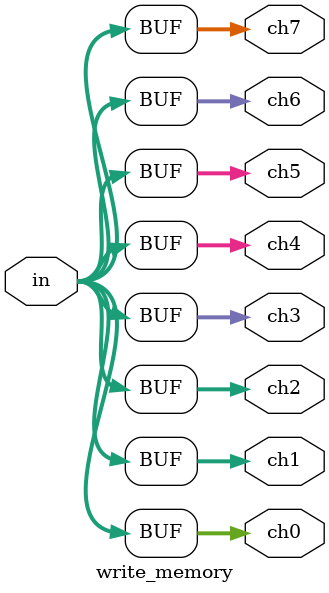
<source format=sv>
module write_memory(
  input logic [63:0] in,
  output logic [63:0] ch0,
  output logic [63:0] ch1,
  output logic [63:0] ch2,
  output logic [63:0] ch3,
  output logic [63:0] ch4,
  output logic [63:0] ch5,
  output logic [63:0] ch6,
  output logic [63:0] ch7
);
assign ch0 = in;
assign ch1 = in;
assign ch2 = in;
assign ch3 = in;
assign ch4 = in;
assign ch5 = in;
assign ch6 = in;
assign ch7 = in;

endmodule

</source>
